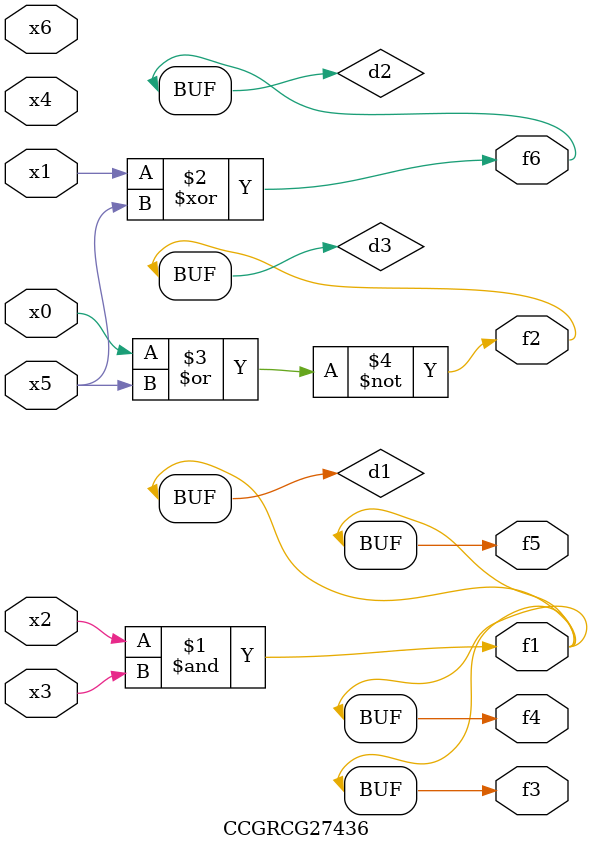
<source format=v>
module CCGRCG27436(
	input x0, x1, x2, x3, x4, x5, x6,
	output f1, f2, f3, f4, f5, f6
);

	wire d1, d2, d3;

	and (d1, x2, x3);
	xor (d2, x1, x5);
	nor (d3, x0, x5);
	assign f1 = d1;
	assign f2 = d3;
	assign f3 = d1;
	assign f4 = d1;
	assign f5 = d1;
	assign f6 = d2;
endmodule

</source>
